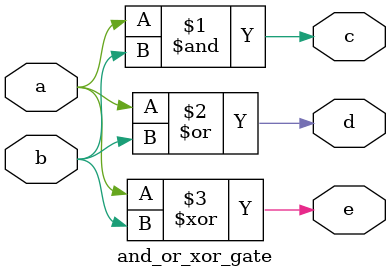
<source format=v>
module and_or_xor_gate(input a,b, output c,d,e);
and(c, a, b);
or(d, a, b);
xor(e, a, b);
endmodule
</source>
